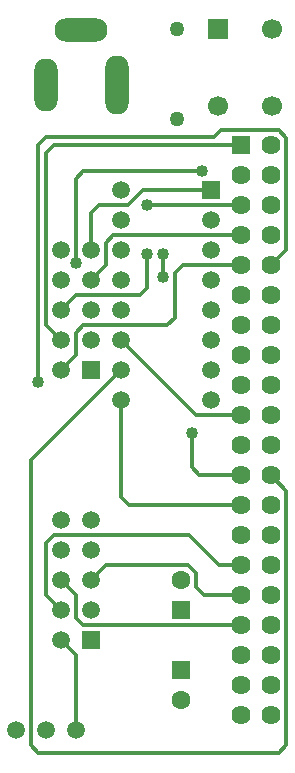
<source format=gbr>
G04 DipTrace 3.2.0.1*
G04 Top.gbr*
%MOMM*%
G04 #@! TF.FileFunction,Copper,L1,Top*
G04 #@! TF.Part,Single*
G04 #@! TA.AperFunction,Conductor*
%ADD13C,0.33*%
G04 #@! TA.AperFunction,ComponentPad*
%ADD14R,1.6X1.6*%
%ADD15C,1.6*%
%ADD16C,1.5*%
%ADD17R,1.5X1.5*%
%ADD18O,2.0X4.5*%
%ADD19O,2.0X5.0*%
%ADD20O,4.5X2.0*%
%ADD21C,1.62*%
%ADD22R,1.62X1.62*%
%ADD23C,1.27*%
%ADD24C,1.27*%
%ADD25R,1.7X1.7*%
%ADD26C,1.7*%
%ADD27C,1.5*%
G04 #@! TA.AperFunction,ViaPad*
%ADD28C,1.016*%
%FSLAX35Y35*%
G04*
G71*
G90*
G75*
G01*
G04 Top*
%LPD*%
X2802400Y5723201D2*
D13*
Y5923800D1*
X3459000Y4556000D2*
X3078000D1*
X2443000Y5191000D1*
X3041681Y4402300D2*
Y4113999D1*
X3107680Y4048000D1*
X3459000D1*
X2443000Y4937000D2*
X1678501Y4172501D1*
Y1764499D1*
X1744500Y1698500D1*
X3777501D1*
X3843500Y1764499D1*
Y3917500D1*
X3713000Y4048000D1*
X1935000Y4937000D2*
X2059501Y5061501D1*
Y5249501D1*
X2125500Y5315501D1*
X2836700D1*
X2902699Y5381500D1*
Y5759998D1*
X2968701Y5826000D1*
X3459000D1*
Y6842000D2*
X1876499D1*
X1810499Y6776001D1*
Y5315501D1*
X1935000Y5191000D1*
X3132549Y6619801D2*
X2125503D1*
X2059501Y6553799D1*
Y5840709D1*
X2667800Y5923800D2*
Y5635500D1*
X2601801Y5569501D1*
X2059501D1*
X1935000Y5445000D1*
X2667800Y6334000D2*
X3459000D1*
X1744500Y4836700D2*
Y6842000D1*
X1810499Y6907999D1*
X3230250D1*
X3294751Y6972500D1*
X3777501D1*
X3843500Y6906501D1*
Y5956500D1*
X3713000Y5826000D1*
X3459000Y3794000D2*
X2508999D1*
X2443000Y3859999D1*
Y4683000D1*
X3205000Y6461000D2*
X2632250D1*
X2502751Y6331501D1*
X2255002D1*
X2189000Y6265499D1*
Y5953000D1*
X3459000Y6080000D2*
X2379500D1*
X2313501Y6014001D1*
Y5823501D1*
X2189000Y5699000D1*
X2062000Y1889000D2*
Y2524000D1*
X1935000Y2651000D1*
Y2905000D2*
X1810499Y3029501D1*
Y3471499D1*
X1876501Y3537501D1*
X3020748D1*
X3272249Y3286000D1*
X3459000D1*
Y3032000D2*
X3146499D1*
X3080499Y3097999D1*
Y3222500D1*
X3014500Y3288499D1*
X2318499D1*
X2189000Y3159000D1*
X3459000Y2778000D2*
D3*
X3456501Y2775501D2*
X2125500D1*
X2059501Y2841500D1*
Y3034499D1*
X1935000Y3159000D1*
D28*
X2802400Y5923800D3*
Y5723201D3*
X3041681Y4402300D3*
X2059501Y5840709D3*
X3132549Y6619801D3*
X2667800Y5923800D3*
Y6334000D3*
X1744500Y4836700D3*
D14*
X2951000Y2397000D3*
D15*
Y2143000D3*
D14*
Y2905000D3*
D15*
Y3159000D3*
D16*
X1935000Y5953000D3*
Y5699000D3*
Y5445000D3*
Y5191000D3*
Y4937000D3*
D17*
X2189000D3*
D16*
Y5191000D3*
Y5445000D3*
Y5699000D3*
Y5953000D3*
X1935000Y3667000D3*
Y3413000D3*
Y3159000D3*
Y2905000D3*
Y2651000D3*
D17*
X2189000D3*
D16*
Y2905000D3*
Y3159000D3*
Y3413000D3*
Y3667000D3*
D18*
X1808000Y7350000D3*
D19*
X2408000D3*
D20*
X2108000Y7820000D3*
D21*
X3713000Y6842000D3*
Y6588000D3*
Y6334000D3*
Y6080000D3*
Y5826000D3*
Y5572000D3*
Y5318000D3*
Y5064000D3*
Y4810000D3*
Y4556000D3*
Y4302000D3*
Y4048000D3*
Y3794000D3*
Y3540000D3*
Y3286000D3*
Y3032000D3*
Y2778000D3*
Y2524000D3*
Y2270000D3*
Y2016000D3*
X3459000D3*
Y2270000D3*
Y2524000D3*
Y2778000D3*
Y3032000D3*
Y3286000D3*
Y3540000D3*
Y3794000D3*
Y4048000D3*
Y4302000D3*
Y4556000D3*
Y4810000D3*
Y5064000D3*
Y5318000D3*
Y5572000D3*
Y5826000D3*
Y6080000D3*
Y6334000D3*
Y6588000D3*
D22*
Y6842000D3*
D23*
X2919250Y7826250D3*
D24*
Y7064250D3*
D25*
X3268500Y7826250D3*
D26*
X3718500D3*
Y7176250D3*
X3268500D3*
D17*
X3205000Y6461000D3*
D27*
Y6207000D3*
Y5953000D3*
Y5699000D3*
Y5445000D3*
Y5191000D3*
Y4937000D3*
Y4683000D3*
X2443000D3*
Y4937000D3*
Y5191000D3*
Y5445000D3*
Y5699000D3*
Y5953000D3*
Y6207000D3*
Y6461000D3*
D16*
X2062000Y1889000D3*
X1808000D3*
X1554000D3*
M02*

</source>
